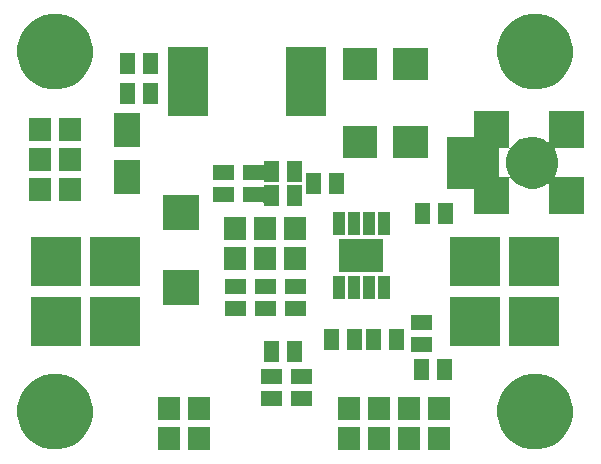
<source format=gbr>
G04 #@! TF.FileFunction,Soldermask,Bot*
%FSLAX46Y46*%
G04 Gerber Fmt 4.6, Leading zero omitted, Abs format (unit mm)*
G04 Created by KiCad (PCBNEW (2016-09-17 revision 679eef1)-makepkg) date 09/26/16 15:43:46*
%MOMM*%
%LPD*%
G01*
G04 APERTURE LIST*
%ADD10C,0.500000*%
G04 APERTURE END LIST*
D10*
G36*
X38554000Y1832000D02*
X36630000Y1832000D01*
X36630000Y3756000D01*
X38554000Y3756000D01*
X38554000Y1832000D01*
X38554000Y1832000D01*
G37*
G36*
X36014000Y1832000D02*
X34090000Y1832000D01*
X34090000Y3756000D01*
X36014000Y3756000D01*
X36014000Y1832000D01*
X36014000Y1832000D01*
G37*
G36*
X30934000Y1832000D02*
X29010000Y1832000D01*
X29010000Y3756000D01*
X30934000Y3756000D01*
X30934000Y1832000D01*
X30934000Y1832000D01*
G37*
G36*
X18234000Y1832000D02*
X16310000Y1832000D01*
X16310000Y3756000D01*
X18234000Y3756000D01*
X18234000Y1832000D01*
X18234000Y1832000D01*
G37*
G36*
X15694000Y1832000D02*
X13770000Y1832000D01*
X13770000Y3756000D01*
X15694000Y3756000D01*
X15694000Y1832000D01*
X15694000Y1832000D01*
G37*
G36*
X33474000Y1832000D02*
X31550000Y1832000D01*
X31550000Y3756000D01*
X33474000Y3756000D01*
X33474000Y1832000D01*
X33474000Y1832000D01*
G37*
G36*
X46056110Y8277872D02*
X46670848Y8151685D01*
X47249363Y7908500D01*
X47769631Y7557574D01*
X48211824Y7112283D01*
X48559105Y6589582D01*
X48798249Y6009378D01*
X48920004Y5394466D01*
X48920004Y5394449D01*
X48920137Y5393776D01*
X48910128Y4676993D01*
X48909977Y4676330D01*
X48909977Y4676306D01*
X48771099Y4065032D01*
X48515851Y3491739D01*
X48154107Y2978933D01*
X47699653Y2546162D01*
X47169787Y2209900D01*
X46584712Y1982964D01*
X45966688Y1873989D01*
X45339273Y1887132D01*
X44726359Y2021890D01*
X44151293Y2273129D01*
X43635980Y2631282D01*
X43200044Y3082706D01*
X42860093Y3610208D01*
X42629075Y4193693D01*
X42515790Y4810936D01*
X42524551Y5438424D01*
X42655027Y6052266D01*
X42902248Y6629075D01*
X43256795Y7146877D01*
X43705163Y7585952D01*
X44230276Y7929576D01*
X44812132Y8164661D01*
X45428571Y8282254D01*
X46056110Y8277872D01*
X46056110Y8277872D01*
G37*
G36*
X5416110Y8277872D02*
X6030848Y8151685D01*
X6609363Y7908500D01*
X7129631Y7557574D01*
X7571824Y7112283D01*
X7919105Y6589582D01*
X8158249Y6009378D01*
X8280004Y5394466D01*
X8280004Y5394449D01*
X8280137Y5393776D01*
X8270128Y4676993D01*
X8269977Y4676330D01*
X8269977Y4676306D01*
X8131099Y4065032D01*
X7875851Y3491739D01*
X7514107Y2978933D01*
X7059653Y2546162D01*
X6529787Y2209900D01*
X5944712Y1982964D01*
X5326688Y1873989D01*
X4699273Y1887132D01*
X4086359Y2021890D01*
X3511293Y2273129D01*
X2995980Y2631282D01*
X2560044Y3082706D01*
X2220093Y3610208D01*
X1989075Y4193693D01*
X1875790Y4810936D01*
X1884551Y5438424D01*
X2015027Y6052266D01*
X2262248Y6629075D01*
X2616795Y7146877D01*
X3065163Y7585952D01*
X3590276Y7929576D01*
X4172132Y8164661D01*
X4788571Y8282254D01*
X5416110Y8277872D01*
X5416110Y8277872D01*
G37*
G36*
X30934000Y4372000D02*
X29010000Y4372000D01*
X29010000Y6296000D01*
X30934000Y6296000D01*
X30934000Y4372000D01*
X30934000Y4372000D01*
G37*
G36*
X38554000Y4372000D02*
X36630000Y4372000D01*
X36630000Y6296000D01*
X38554000Y6296000D01*
X38554000Y4372000D01*
X38554000Y4372000D01*
G37*
G36*
X18234000Y4372000D02*
X16310000Y4372000D01*
X16310000Y6296000D01*
X18234000Y6296000D01*
X18234000Y4372000D01*
X18234000Y4372000D01*
G37*
G36*
X36014000Y4372000D02*
X34090000Y4372000D01*
X34090000Y6296000D01*
X36014000Y6296000D01*
X36014000Y4372000D01*
X36014000Y4372000D01*
G37*
G36*
X33474000Y4372000D02*
X31550000Y4372000D01*
X31550000Y6296000D01*
X33474000Y6296000D01*
X33474000Y4372000D01*
X33474000Y4372000D01*
G37*
G36*
X15694000Y4372000D02*
X13770000Y4372000D01*
X13770000Y6296000D01*
X15694000Y6296000D01*
X15694000Y4372000D01*
X15694000Y4372000D01*
G37*
G36*
X26806500Y5515000D02*
X25009500Y5515000D01*
X25009500Y6804000D01*
X26806500Y6804000D01*
X26806500Y5515000D01*
X26806500Y5515000D01*
G37*
G36*
X24266500Y5515000D02*
X22469500Y5515000D01*
X22469500Y6804000D01*
X24266500Y6804000D01*
X24266500Y5515000D01*
X24266500Y5515000D01*
G37*
G36*
X24266500Y7420000D02*
X22469500Y7420000D01*
X22469500Y8709000D01*
X24266500Y8709000D01*
X24266500Y7420000D01*
X24266500Y7420000D01*
G37*
G36*
X26806500Y7420000D02*
X25009500Y7420000D01*
X25009500Y8709000D01*
X26806500Y8709000D01*
X26806500Y7420000D01*
X26806500Y7420000D01*
G37*
G36*
X38681000Y7737500D02*
X37392000Y7737500D01*
X37392000Y9534500D01*
X38681000Y9534500D01*
X38681000Y7737500D01*
X38681000Y7737500D01*
G37*
G36*
X36776000Y7737500D02*
X35487000Y7737500D01*
X35487000Y9534500D01*
X36776000Y9534500D01*
X36776000Y7737500D01*
X36776000Y7737500D01*
G37*
G36*
X25981000Y9261500D02*
X24692000Y9261500D01*
X24692000Y11058500D01*
X25981000Y11058500D01*
X25981000Y9261500D01*
X25981000Y9261500D01*
G37*
G36*
X24076000Y9261500D02*
X22787000Y9261500D01*
X22787000Y11058500D01*
X24076000Y11058500D01*
X24076000Y9261500D01*
X24076000Y9261500D01*
G37*
G36*
X36966500Y10087000D02*
X35169500Y10087000D01*
X35169500Y11376000D01*
X36966500Y11376000D01*
X36966500Y10087000D01*
X36966500Y10087000D01*
G37*
G36*
X34617000Y10277500D02*
X33328000Y10277500D01*
X33328000Y12074500D01*
X34617000Y12074500D01*
X34617000Y10277500D01*
X34617000Y10277500D01*
G37*
G36*
X29156000Y10277500D02*
X27867000Y10277500D01*
X27867000Y12074500D01*
X29156000Y12074500D01*
X29156000Y10277500D01*
X29156000Y10277500D01*
G37*
G36*
X32712000Y10277500D02*
X31423000Y10277500D01*
X31423000Y12074500D01*
X32712000Y12074500D01*
X32712000Y10277500D01*
X32712000Y10277500D01*
G37*
G36*
X31061000Y10277500D02*
X29772000Y10277500D01*
X29772000Y12074500D01*
X31061000Y12074500D01*
X31061000Y10277500D01*
X31061000Y10277500D01*
G37*
G36*
X47745000Y10595000D02*
X43535000Y10595000D01*
X43535000Y14805000D01*
X47745000Y14805000D01*
X47745000Y10595000D01*
X47745000Y10595000D01*
G37*
G36*
X42745000Y10595000D02*
X38535000Y10595000D01*
X38535000Y14805000D01*
X42745000Y14805000D01*
X42745000Y10595000D01*
X42745000Y10595000D01*
G37*
G36*
X7265000Y10595000D02*
X3055000Y10595000D01*
X3055000Y14805000D01*
X7265000Y14805000D01*
X7265000Y10595000D01*
X7265000Y10595000D01*
G37*
G36*
X12265000Y10595000D02*
X8055000Y10595000D01*
X8055000Y14805000D01*
X12265000Y14805000D01*
X12265000Y10595000D01*
X12265000Y10595000D01*
G37*
G36*
X36966500Y11992000D02*
X35169500Y11992000D01*
X35169500Y13281000D01*
X36966500Y13281000D01*
X36966500Y11992000D01*
X36966500Y11992000D01*
G37*
G36*
X26298500Y13135000D02*
X24501500Y13135000D01*
X24501500Y14424000D01*
X26298500Y14424000D01*
X26298500Y13135000D01*
X26298500Y13135000D01*
G37*
G36*
X23758500Y13135000D02*
X21961500Y13135000D01*
X21961500Y14424000D01*
X23758500Y14424000D01*
X23758500Y13135000D01*
X23758500Y13135000D01*
G37*
G36*
X21218500Y13135000D02*
X19421500Y13135000D01*
X19421500Y14424000D01*
X21218500Y14424000D01*
X21218500Y13135000D01*
X21218500Y13135000D01*
G37*
G36*
X17298010Y14145920D02*
X14197990Y14145920D01*
X14197990Y17096080D01*
X17298010Y17096080D01*
X17298010Y14145920D01*
X17298010Y14145920D01*
G37*
G36*
X29583000Y14613000D02*
X28583000Y14613000D01*
X28583000Y16563000D01*
X29583000Y16563000D01*
X29583000Y14613000D01*
X29583000Y14613000D01*
G37*
G36*
X33393000Y14613000D02*
X32393000Y14613000D01*
X32393000Y16563000D01*
X33393000Y16563000D01*
X33393000Y14613000D01*
X33393000Y14613000D01*
G37*
G36*
X32123000Y14613000D02*
X31123000Y14613000D01*
X31123000Y16563000D01*
X32123000Y16563000D01*
X32123000Y14613000D01*
X32123000Y14613000D01*
G37*
G36*
X30853000Y14613000D02*
X29853000Y14613000D01*
X29853000Y16563000D01*
X30853000Y16563000D01*
X30853000Y14613000D01*
X30853000Y14613000D01*
G37*
G36*
X23758500Y15040000D02*
X21961500Y15040000D01*
X21961500Y16329000D01*
X23758500Y16329000D01*
X23758500Y15040000D01*
X23758500Y15040000D01*
G37*
G36*
X21218500Y15040000D02*
X19421500Y15040000D01*
X19421500Y16329000D01*
X21218500Y16329000D01*
X21218500Y15040000D01*
X21218500Y15040000D01*
G37*
G36*
X26298500Y15040000D02*
X24501500Y15040000D01*
X24501500Y16329000D01*
X26298500Y16329000D01*
X26298500Y15040000D01*
X26298500Y15040000D01*
G37*
G36*
X42745000Y15675000D02*
X38535000Y15675000D01*
X38535000Y19885000D01*
X42745000Y19885000D01*
X42745000Y15675000D01*
X42745000Y15675000D01*
G37*
G36*
X47745000Y15675000D02*
X43535000Y15675000D01*
X43535000Y19885000D01*
X47745000Y19885000D01*
X47745000Y15675000D01*
X47745000Y15675000D01*
G37*
G36*
X7265000Y15675000D02*
X3055000Y15675000D01*
X3055000Y19885000D01*
X7265000Y19885000D01*
X7265000Y15675000D01*
X7265000Y15675000D01*
G37*
G36*
X12265000Y15675000D02*
X8055000Y15675000D01*
X8055000Y19885000D01*
X12265000Y19885000D01*
X12265000Y15675000D01*
X12265000Y15675000D01*
G37*
G36*
X32838000Y16883000D02*
X29138000Y16883000D01*
X29138000Y19693000D01*
X32838000Y19693000D01*
X32838000Y16883000D01*
X32838000Y16883000D01*
G37*
G36*
X23822000Y17072000D02*
X21898000Y17072000D01*
X21898000Y18996000D01*
X23822000Y18996000D01*
X23822000Y17072000D01*
X23822000Y17072000D01*
G37*
G36*
X21282000Y17072000D02*
X19358000Y17072000D01*
X19358000Y18996000D01*
X21282000Y18996000D01*
X21282000Y17072000D01*
X21282000Y17072000D01*
G37*
G36*
X26362000Y17072000D02*
X24438000Y17072000D01*
X24438000Y18996000D01*
X26362000Y18996000D01*
X26362000Y17072000D01*
X26362000Y17072000D01*
G37*
G36*
X26362000Y19612000D02*
X24438000Y19612000D01*
X24438000Y21536000D01*
X26362000Y21536000D01*
X26362000Y19612000D01*
X26362000Y19612000D01*
G37*
G36*
X21282000Y19612000D02*
X19358000Y19612000D01*
X19358000Y21536000D01*
X21282000Y21536000D01*
X21282000Y19612000D01*
X21282000Y19612000D01*
G37*
G36*
X23822000Y19612000D02*
X21898000Y19612000D01*
X21898000Y21536000D01*
X23822000Y21536000D01*
X23822000Y19612000D01*
X23822000Y19612000D01*
G37*
G36*
X30853000Y20013000D02*
X29853000Y20013000D01*
X29853000Y21963000D01*
X30853000Y21963000D01*
X30853000Y20013000D01*
X30853000Y20013000D01*
G37*
G36*
X29583000Y20013000D02*
X28583000Y20013000D01*
X28583000Y21963000D01*
X29583000Y21963000D01*
X29583000Y20013000D01*
X29583000Y20013000D01*
G37*
G36*
X32123000Y20013000D02*
X31123000Y20013000D01*
X31123000Y21963000D01*
X32123000Y21963000D01*
X32123000Y20013000D01*
X32123000Y20013000D01*
G37*
G36*
X33393000Y20013000D02*
X32393000Y20013000D01*
X32393000Y21963000D01*
X33393000Y21963000D01*
X33393000Y20013000D01*
X33393000Y20013000D01*
G37*
G36*
X17298010Y20495920D02*
X14197990Y20495920D01*
X14197990Y23446080D01*
X17298010Y23446080D01*
X17298010Y20495920D01*
X17298010Y20495920D01*
G37*
G36*
X36839500Y20945500D02*
X35550500Y20945500D01*
X35550500Y22742500D01*
X36839500Y22742500D01*
X36839500Y20945500D01*
X36839500Y20945500D01*
G37*
G36*
X38744500Y20945500D02*
X37455500Y20945500D01*
X37455500Y22742500D01*
X38744500Y22742500D01*
X38744500Y20945500D01*
X38744500Y20945500D01*
G37*
G36*
X43512080Y27525628D02*
X43514001Y27506119D01*
X43519692Y27487360D01*
X43528933Y27470071D01*
X43541369Y27454917D01*
X43556523Y27442481D01*
X43573812Y27433240D01*
X43592571Y27427549D01*
X43612080Y27425628D01*
X43631589Y27427549D01*
X43650348Y27433240D01*
X43667637Y27442481D01*
X43682791Y27454917D01*
X43694591Y27469131D01*
X43772545Y27582979D01*
X44080799Y27884844D01*
X44441813Y28121085D01*
X44841839Y28282706D01*
X45265642Y28363551D01*
X45697076Y28360538D01*
X46119709Y28273785D01*
X46517438Y28106595D01*
X46756001Y27945682D01*
X46773249Y27936366D01*
X46791983Y27930594D01*
X46811484Y27928587D01*
X46831001Y27930423D01*
X46849785Y27936032D01*
X46867114Y27945197D01*
X46882322Y27957567D01*
X46894824Y27972667D01*
X46904140Y27989915D01*
X46909912Y28008649D01*
X46911920Y28028586D01*
X46911920Y30506010D01*
X49862080Y30506010D01*
X49862080Y27405990D01*
X47467419Y27405990D01*
X47447910Y27404069D01*
X47429151Y27398378D01*
X47411862Y27389137D01*
X47396708Y27376701D01*
X47384272Y27361547D01*
X47375031Y27344258D01*
X47369340Y27325499D01*
X47367419Y27305990D01*
X47369340Y27286481D01*
X47375031Y27267722D01*
X47384127Y27250651D01*
X47417886Y27199839D01*
X47582298Y26800948D01*
X47665962Y26378411D01*
X47665962Y26378389D01*
X47666094Y26377721D01*
X47659213Y25884933D01*
X47659062Y25884270D01*
X47659062Y25884246D01*
X47563633Y25464213D01*
X47385340Y25063762D01*
X47382412Y25058602D01*
X47376249Y25039993D01*
X47373835Y25020539D01*
X47375262Y25000987D01*
X47380477Y24982090D01*
X47389278Y24964573D01*
X47401327Y24949110D01*
X47416161Y24936295D01*
X47433211Y24926619D01*
X47451820Y24920456D01*
X47473803Y24918010D01*
X49862080Y24918010D01*
X49862080Y21817990D01*
X46911920Y21817990D01*
X46911920Y24291969D01*
X46909999Y24311478D01*
X46904308Y24330237D01*
X46895067Y24347526D01*
X46882631Y24362680D01*
X46867477Y24375116D01*
X46850188Y24384357D01*
X46831429Y24390048D01*
X46811920Y24391969D01*
X46792411Y24390048D01*
X46773652Y24384357D01*
X46758337Y24376402D01*
X46462728Y24188804D01*
X46060491Y24032786D01*
X45635598Y23957865D01*
X45204250Y23966902D01*
X44782871Y24059548D01*
X44387513Y24232275D01*
X44033235Y24478505D01*
X43733529Y24788859D01*
X43696137Y24846880D01*
X43683953Y24862238D01*
X43669008Y24874923D01*
X43651875Y24884450D01*
X43633212Y24890451D01*
X43613738Y24892695D01*
X43594200Y24891097D01*
X43575349Y24885719D01*
X43557909Y24876766D01*
X43542551Y24864582D01*
X43529866Y24849637D01*
X43520339Y24832504D01*
X43514338Y24813841D01*
X43512080Y24792709D01*
X43512080Y21817990D01*
X40561920Y21817990D01*
X40561920Y23862000D01*
X40559999Y23881509D01*
X40554308Y23900268D01*
X40545067Y23917557D01*
X40532631Y23932711D01*
X40517477Y23945147D01*
X40500188Y23954388D01*
X40481429Y23960079D01*
X40461920Y23962000D01*
X38266000Y23962000D01*
X38266000Y27305990D01*
X42666000Y27305990D01*
X42666000Y25018010D01*
X42667921Y24998501D01*
X42673612Y24979742D01*
X42682853Y24962453D01*
X42695289Y24947299D01*
X42710443Y24934863D01*
X42727732Y24925622D01*
X42746491Y24919931D01*
X42766000Y24918010D01*
X43466884Y24918010D01*
X43486393Y24919931D01*
X43505152Y24925622D01*
X43522441Y24934863D01*
X43537595Y24947299D01*
X43550031Y24962453D01*
X43559272Y24979742D01*
X43564963Y24998501D01*
X43566884Y25018010D01*
X43564963Y25037519D01*
X43559272Y25056278D01*
X43550941Y25072181D01*
X43499812Y25151518D01*
X43340987Y25552664D01*
X43263103Y25977019D01*
X43269127Y26408416D01*
X43358829Y26830433D01*
X43528794Y27226990D01*
X43544202Y27249493D01*
X43553639Y27266676D01*
X43559542Y27285369D01*
X43561685Y27304855D01*
X43559985Y27324385D01*
X43554507Y27343207D01*
X43545463Y27360600D01*
X43533200Y27375894D01*
X43518188Y27388501D01*
X43501005Y27397938D01*
X43482312Y27403841D01*
X43461691Y27405990D01*
X42766000Y27405990D01*
X42746491Y27404069D01*
X42727732Y27398378D01*
X42710443Y27389137D01*
X42695289Y27376701D01*
X42682853Y27361547D01*
X42673612Y27344258D01*
X42667921Y27325499D01*
X42666000Y27305990D01*
X38266000Y27305990D01*
X38266000Y28362000D01*
X40461920Y28362000D01*
X40481429Y28363921D01*
X40500188Y28369612D01*
X40517477Y28378853D01*
X40532631Y28391289D01*
X40545067Y28406443D01*
X40554308Y28423732D01*
X40559999Y28442491D01*
X40561920Y28462000D01*
X40561920Y30506010D01*
X43512080Y30506010D01*
X43512080Y27525628D01*
X43512080Y27525628D01*
G37*
G36*
X25981000Y22469500D02*
X24692000Y22469500D01*
X24692000Y24266500D01*
X25981000Y24266500D01*
X25981000Y22469500D01*
X25981000Y22469500D01*
G37*
G36*
X24076000Y22469500D02*
X22787000Y22469500D01*
X22787000Y22687000D01*
X22785079Y22706509D01*
X22779388Y22725268D01*
X22770147Y22742557D01*
X22757711Y22757711D01*
X22742557Y22770147D01*
X22725268Y22779388D01*
X22706509Y22785079D01*
X22687000Y22787000D01*
X20945500Y22787000D01*
X20945500Y24076000D01*
X22687000Y24076000D01*
X22706509Y24077921D01*
X22725268Y24083612D01*
X22742557Y24092853D01*
X22757711Y24105289D01*
X22770147Y24120443D01*
X22779388Y24137732D01*
X22785079Y24156491D01*
X22787000Y24176000D01*
X22787000Y24266500D01*
X24076000Y24266500D01*
X24076000Y22469500D01*
X24076000Y22469500D01*
G37*
G36*
X20202500Y22787000D02*
X18405500Y22787000D01*
X18405500Y24076000D01*
X20202500Y24076000D01*
X20202500Y22787000D01*
X20202500Y22787000D01*
G37*
G36*
X4772000Y22914000D02*
X2848000Y22914000D01*
X2848000Y24838000D01*
X4772000Y24838000D01*
X4772000Y22914000D01*
X4772000Y22914000D01*
G37*
G36*
X7312000Y22914000D02*
X5388000Y22914000D01*
X5388000Y24838000D01*
X7312000Y24838000D01*
X7312000Y22914000D01*
X7312000Y22914000D01*
G37*
G36*
X12276430Y23475340D02*
X10075570Y23475340D01*
X10075570Y26374700D01*
X12276430Y26374700D01*
X12276430Y23475340D01*
X12276430Y23475340D01*
G37*
G36*
X29537000Y23485500D02*
X28248000Y23485500D01*
X28248000Y25282500D01*
X29537000Y25282500D01*
X29537000Y23485500D01*
X29537000Y23485500D01*
G37*
G36*
X27632000Y23485500D02*
X26343000Y23485500D01*
X26343000Y25282500D01*
X27632000Y25282500D01*
X27632000Y23485500D01*
X27632000Y23485500D01*
G37*
G36*
X25981000Y24501500D02*
X24692000Y24501500D01*
X24692000Y26298500D01*
X25981000Y26298500D01*
X25981000Y24501500D01*
X25981000Y24501500D01*
G37*
G36*
X24076000Y24501500D02*
X22787000Y24501500D01*
X22787000Y24592000D01*
X22785079Y24611509D01*
X22779388Y24630268D01*
X22770147Y24647557D01*
X22757711Y24662711D01*
X22742557Y24675147D01*
X22725268Y24684388D01*
X22706509Y24690079D01*
X22687000Y24692000D01*
X20945500Y24692000D01*
X20945500Y25981000D01*
X22687000Y25981000D01*
X22706509Y25982921D01*
X22725268Y25988612D01*
X22742557Y25997853D01*
X22757711Y26010289D01*
X22770147Y26025443D01*
X22779388Y26042732D01*
X22785079Y26061491D01*
X22787000Y26081000D01*
X22787000Y26298500D01*
X24076000Y26298500D01*
X24076000Y24501500D01*
X24076000Y24501500D01*
G37*
G36*
X20202500Y24692000D02*
X18405500Y24692000D01*
X18405500Y25981000D01*
X20202500Y25981000D01*
X20202500Y24692000D01*
X20202500Y24692000D01*
G37*
G36*
X4772000Y25454000D02*
X2848000Y25454000D01*
X2848000Y27378000D01*
X4772000Y27378000D01*
X4772000Y25454000D01*
X4772000Y25454000D01*
G37*
G36*
X7312000Y25454000D02*
X5388000Y25454000D01*
X5388000Y27378000D01*
X7312000Y27378000D01*
X7312000Y25454000D01*
X7312000Y25454000D01*
G37*
G36*
X32320840Y26589380D02*
X29421480Y26589380D01*
X29421480Y29290620D01*
X32320840Y29290620D01*
X32320840Y26589380D01*
X32320840Y26589380D01*
G37*
G36*
X36618520Y26589380D02*
X33719160Y26589380D01*
X33719160Y29290620D01*
X36618520Y29290620D01*
X36618520Y26589380D01*
X36618520Y26589380D01*
G37*
G36*
X12276430Y27473300D02*
X10075570Y27473300D01*
X10075570Y30372660D01*
X12276430Y30372660D01*
X12276430Y27473300D01*
X12276430Y27473300D01*
G37*
G36*
X7312000Y27994000D02*
X5388000Y27994000D01*
X5388000Y29918000D01*
X7312000Y29918000D01*
X7312000Y27994000D01*
X7312000Y27994000D01*
G37*
G36*
X4772000Y27994000D02*
X2848000Y27994000D01*
X2848000Y29918000D01*
X4772000Y29918000D01*
X4772000Y27994000D01*
X4772000Y27994000D01*
G37*
G36*
X28036000Y30070000D02*
X24636000Y30070000D01*
X24636000Y35970000D01*
X28036000Y35970000D01*
X28036000Y30070000D01*
X28036000Y30070000D01*
G37*
G36*
X18036000Y30070000D02*
X14636000Y30070000D01*
X14636000Y35970000D01*
X18036000Y35970000D01*
X18036000Y30070000D01*
X18036000Y30070000D01*
G37*
G36*
X13789000Y31105500D02*
X12500000Y31105500D01*
X12500000Y32902500D01*
X13789000Y32902500D01*
X13789000Y31105500D01*
X13789000Y31105500D01*
G37*
G36*
X11884000Y31105500D02*
X10595000Y31105500D01*
X10595000Y32902500D01*
X11884000Y32902500D01*
X11884000Y31105500D01*
X11884000Y31105500D01*
G37*
G36*
X46056110Y38757872D02*
X46670848Y38631685D01*
X47249363Y38388500D01*
X47769631Y38037574D01*
X48211824Y37592283D01*
X48559105Y37069582D01*
X48798249Y36489378D01*
X48920004Y35874466D01*
X48920004Y35874449D01*
X48920137Y35873776D01*
X48910128Y35156993D01*
X48909977Y35156330D01*
X48909977Y35156306D01*
X48771099Y34545032D01*
X48515851Y33971739D01*
X48154107Y33458933D01*
X47699653Y33026162D01*
X47169787Y32689900D01*
X46584712Y32462964D01*
X45966688Y32353989D01*
X45339273Y32367132D01*
X44726359Y32501890D01*
X44151293Y32753129D01*
X43635980Y33111282D01*
X43200044Y33562706D01*
X42860093Y34090208D01*
X42629075Y34673693D01*
X42515790Y35290936D01*
X42524551Y35918424D01*
X42655027Y36532266D01*
X42902248Y37109075D01*
X43256795Y37626877D01*
X43705163Y38065952D01*
X44230276Y38409576D01*
X44812132Y38644661D01*
X45428571Y38762254D01*
X46056110Y38757872D01*
X46056110Y38757872D01*
G37*
G36*
X5416110Y38757872D02*
X6030848Y38631685D01*
X6609363Y38388500D01*
X7129631Y38037574D01*
X7571824Y37592283D01*
X7919105Y37069582D01*
X8158249Y36489378D01*
X8280004Y35874466D01*
X8280004Y35874449D01*
X8280137Y35873776D01*
X8270128Y35156993D01*
X8269977Y35156330D01*
X8269977Y35156306D01*
X8131099Y34545032D01*
X7875851Y33971739D01*
X7514107Y33458933D01*
X7059653Y33026162D01*
X6529787Y32689900D01*
X5944712Y32462964D01*
X5326688Y32353989D01*
X4699273Y32367132D01*
X4086359Y32501890D01*
X3511293Y32753129D01*
X2995980Y33111282D01*
X2560044Y33562706D01*
X2220093Y34090208D01*
X1989075Y34673693D01*
X1875790Y35290936D01*
X1884551Y35918424D01*
X2015027Y36532266D01*
X2262248Y37109075D01*
X2616795Y37626877D01*
X3065163Y38065952D01*
X3590276Y38409576D01*
X4172132Y38644661D01*
X4788571Y38762254D01*
X5416110Y38757872D01*
X5416110Y38757872D01*
G37*
G36*
X32320840Y33193380D02*
X29421480Y33193380D01*
X29421480Y35894620D01*
X32320840Y35894620D01*
X32320840Y33193380D01*
X32320840Y33193380D01*
G37*
G36*
X36618520Y33193380D02*
X33719160Y33193380D01*
X33719160Y35894620D01*
X36618520Y35894620D01*
X36618520Y33193380D01*
X36618520Y33193380D01*
G37*
G36*
X13789000Y33645500D02*
X12500000Y33645500D01*
X12500000Y35442500D01*
X13789000Y35442500D01*
X13789000Y33645500D01*
X13789000Y33645500D01*
G37*
G36*
X11884000Y33645500D02*
X10595000Y33645500D01*
X10595000Y35442500D01*
X11884000Y35442500D01*
X11884000Y33645500D01*
X11884000Y33645500D01*
G37*
M02*

</source>
